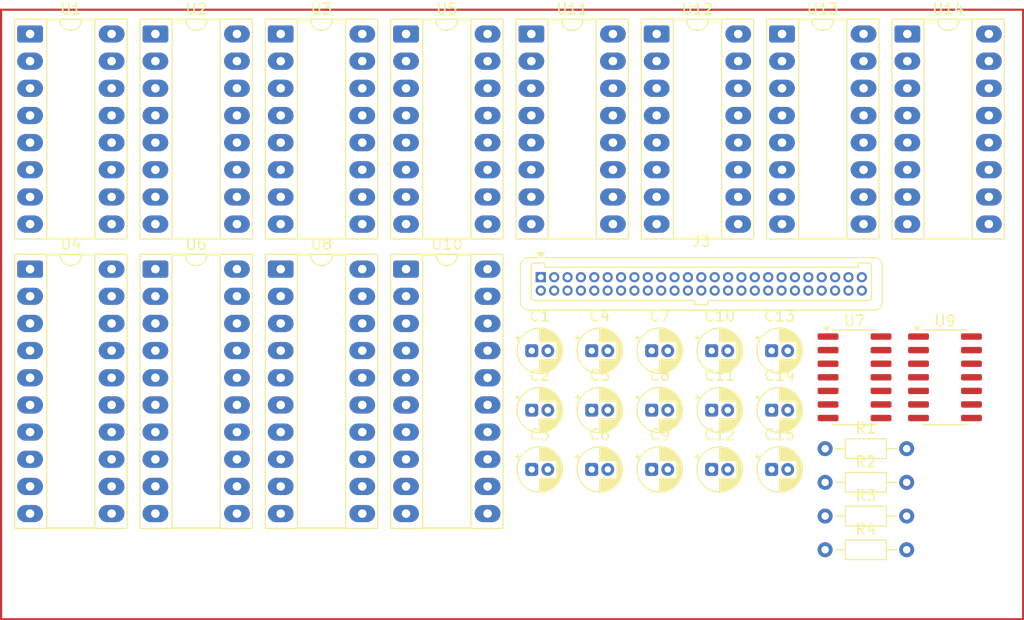
<source format=kicad_pcb>
(kicad_pcb (version 20241229) (generator "pcbnew") (generator_version "9.0")
  (layers (0 "F.Cu" signal) (2 "B.Cu" signal) (13 "F.Paste" user) (15 "B.Paste" user) (5 "F.SilkS" user "F.Silkscreen") (7 "B.SilkS" user "B.Silkscreen") (1 "F.Mask" user) (3 "B.Mask" user) (25 "Edge.Cuts" user))
  (net 0 "")
  (net 1 "+5V")
  (net 5 "/CLK")
  (net 6 "/BUS2")
  (net 7 "/BUS5")
  (net 8 "/BUS3")
  (net 9 "/PULSE")
  (net 10 "/SPHighIn")
  (net 11 "/BUS6")
  (net 15 "GND")
  (net 20 "/BUS0")
  (net 21 "/PCLowIn")
  (net 22 "/SPReset")
  (net 23 "/SPDec")
  (net 24 "/BUS1")
  (net 25 "/PCReset")
  (net 26 "/BUS7")
  (net 29 "/~CLK")
  (net 30 "/BUS4")
  (net 33 "Net-(U1-DOWN)")
  (net 34 "Net-(U1-~{BO})")
  (net 35 "/SPInc")
  (net 36 "Net-(U1-UP)")
  (net 38 "Net-(U1-~{CO})")
  (net 39 "/PCHighIn")
  (net 41 "/~PСLowOut")
  (net 42 "Net-(U2-~{BO})")
  (net 43 "/~SPLowOut")
  (net 44 "/PCDec")
  (net 45 "Net-(U2-~{CO})")
  (net 46 "Net-(U4-A->B)")
  (net 48 "/PCInc")
  (net 51 "/SPLowIn")
  (net 52 "/~SPHighOut")
  (net 54 "/~PСHighOut")
  (net 57 "Net-(U8-A->B)")
  (net 58 "Net-(U10-A->B)")
  (net 59 "/DL_A3")
  (net 60 "Net-(U6-A->B)")
  (net 61 "/DL_A1")
  (net 62 "/Pl_A")
  (net 63 "/DL_A2")
  (net 64 "/DL_A0")
  (net 65 "/DH_A7")
  (net 66 "/DH_A4")
  (net 67 "/Ph_A")
  (net 68 "/DH_A6")
  (net 69 "/DH_A5")
  (net 70 "/DH_A2")
  (net 71 "/DH_A3")
  (net 72 "/DH_A0")
  (net 73 "/DH_A1")
  (net 74 "/DL_A5")
  (net 75 "/DL_A4")
  (net 76 "/DL_A6")
  (net 77 "/CPd_A")
  (net 78 "/DL_A7")
  (net 79 "/CPu_A")
  (net 80 "/Ph_B")
  (net 81 "/CPd_B")
  (net 82 "/Pl_B")
  (net 83 "/CPu_B")
  (net 84 "/DH_B5")
  (net 85 "/DH_B7")
  (net 86 "/DH_B6")
  (net 87 "/DH_B4")
  (net 88 "/DH_B3")
  (net 89 "/DH_B2")
  (net 90 "/DH_B0")
  (net 91 "/DH_B1")
  (net 92 "/DL_B6")
  (net 93 "/DL_B3")
  (net 94 "/DL_B1")
  (net 95 "/DL_B7")
  (net 96 "/DL_B5")
  (net 97 "/DL_B0")
  (net 98 "/DL_B2")
  (net 99 "/DL_B4")
  (net 100 "Net-(U11-UP)")
  (net 101 "Net-(U11-~{BO})")
  (net 102 "Net-(U11-~{CO})")
  (net 103 "Net-(U11-DOWN)")
  (net 106 "Net-(U13-~{CO})")
  (net 107 "Net-(U13-~{BO})")
  (footprint "Capacitor_THT:CP_Radial_D4.0mm_P1.50mm" (layer "F.Cu") (at 165.004005 112.99)
    (property "Reference" "C15" (at 0.75 -3.25 0) (layer "F.SilkS"))
    (property "Value" "C")
    (pad "1" thru_hole roundrect (at 0 0) (size 1.2 1.2) (drill 0.6) (layers "*.Cu" "*.Mask") (roundrect_rratio 0.208333) (net 15 "GND"))
    (pad "2" thru_hole circle (at 1.5 0) (size 1.2 1.2) (drill 0.6) (layers "*.Cu" "*.Mask") (net 1 "+5V"))
  )
  (footprint "Capacitor_THT:CP_Radial_D4.0mm_P1.50mm" (layer "F.Cu") (at 165.004005 101.89)
    (property "Reference" "C13" (at 0.75 -3.25 0) (layer "F.SilkS"))
    (property "Value" "C")
    (pad "1" thru_hole roundrect (at 0 0) (size 1.2 1.2) (drill 0.6) (layers "*.Cu" "*.Mask") (roundrect_rratio 0.208333) (net 1 "+5V"))
    (pad "2" thru_hole circle (at 1.5 0) (size 1.2 1.2) (drill 0.6) (layers "*.Cu" "*.Mask") (net 15 "GND"))
  )
  (footprint "Package_DIP:DIP-16_W7.62mm_Socket_LongPads" (layer "F.Cu") (at 119.13 72.27)
    (property "Reference" "U3" (at 3.81 -2.33 0) (layer "F.SilkS"))
    (property "Value" "74HC193")
    (pad "1" thru_hole roundrect (at 0 0) (size 2.4 1.6) (drill 0.8) (layers "*.Cu" "*.Mask") (roundrect_rratio 0.15625) (net 24 "/BUS1"))
    (pad "2" thru_hole oval (at 0 2.54) (size 2.4 1.6) (drill 0.8) (layers "*.Cu" "*.Mask") (net 73 "/DH_A1"))
    (pad "3" thru_hole oval (at 0 5.08) (size 2.4 1.6) (drill 0.8) (layers "*.Cu" "*.Mask") (net 72 "/DH_A0"))
    (pad "4" thru_hole oval (at 0 7.62) (size 2.4 1.6) (drill 0.8) (layers "*.Cu" "*.Mask") (net 42 "Net-(U2-~{BO})"))
    (pad "5" thru_hole oval (at 0 10.16) (size 2.4 1.6) (drill 0.8) (layers "*.Cu" "*.Mask") (net 45 "Net-(U2-~{CO})"))
    (pad "6" thru_hole oval (at 0 12.7) (size 2.4 1.6) (drill 0.8) (layers "*.Cu" "*.Mask") (net 70 "/DH_A2"))
    (pad "7" thru_hole oval (at 0 15.24) (size 2.4 1.6) (drill 0.8) (layers "*.Cu" "*.Mask") (net 71 "/DH_A3"))
    (pad "8" thru_hole oval (at 0 17.78) (size 2.4 1.6) (drill 0.8) (layers "*.Cu" "*.Mask") (net 15 "GND"))
    (pad "9" thru_hole oval (at 7.62 17.78) (size 2.4 1.6) (drill 0.8) (layers "*.Cu" "*.Mask") (net 8 "/BUS3"))
    (pad "10" thru_hole oval (at 7.62 15.24) (size 2.4 1.6) (drill 0.8) (layers "*.Cu" "*.Mask") (net 6 "/BUS2"))
    (pad "11" thru_hole oval (at 7.62 12.7) (size 2.4 1.6) (drill 0.8) (layers "*.Cu" "*.Mask") (net 67 "/Ph_A"))
    (pad "12" thru_hole oval (at 7.62 10.16) (size 2.4 1.6) (drill 0.8) (layers "*.Cu" "*.Mask"))
    (pad "13" thru_hole oval (at 7.62 7.62) (size 2.4 1.6) (drill 0.8) (layers "*.Cu" "*.Mask"))
    (pad "14" thru_hole oval (at 7.62 5.08) (size 2.4 1.6) (drill 0.8) (layers "*.Cu" "*.Mask") (net 25 "/PCReset"))
    (pad "15" thru_hole oval (at 7.62 2.54) (size 2.4 1.6) (drill 0.8) (layers "*.Cu" "*.Mask") (net 20 "/BUS0"))
    (pad "16" thru_hole oval (at 7.62 0) (size 2.4 1.6) (drill 0.8) (layers "*.Cu" "*.Mask") (net 1 "+5V"))
  )
  (footprint "Capacitor_THT:CP_Radial_D4.0mm_P1.50mm" (layer "F.Cu") (at 159.399204 112.99)
    (property "Reference" "C12" (at 0.75 -3.25 0) (layer "F.SilkS"))
    (property "Value" "C")
    (pad "1" thru_hole roundrect (at 0 0) (size 1.2 1.2) (drill 0.6) (layers "*.Cu" "*.Mask") (roundrect_rratio 0.208333) (net 1 "+5V"))
    (pad "2" thru_hole circle (at 1.5 0) (size 1.2 1.2) (drill 0.6) (layers "*.Cu" "*.Mask") (net 15 "GND"))
  )
  (footprint "Resistor_THT:R_Axial_DIN0204_L3.6mm_D1.6mm_P7.62mm_Horizontal" (layer "F.Cu") (at 170 114.2)
    (property "Reference" "R2" (at 3.81 -1.92 0) (layer "F.SilkS"))
    (property "Value" "R")
    (pad "1" thru_hole circle (at 0 0) (size 1.4 1.4) (drill 0.7) (layers "*.Cu" "*.Mask") (net 46 "Net-(U4-A->B)"))
    (pad "2" thru_hole circle (at 7.62 0) (size 1.4 1.4) (drill 0.7) (layers "*.Cu" "*.Mask") (net 1 "+5V"))
  )
  (footprint "Capacitor_THT:CP_Radial_D4.0mm_P1.50mm" (layer "F.Cu") (at 148.189602 101.89)
    (property "Reference" "C4" (at 0.75 -3.25 0) (layer "F.SilkS"))
    (property "Value" "C")
    (pad "1" thru_hole roundrect (at 0 0) (size 1.2 1.2) (drill 0.6) (layers "*.Cu" "*.Mask") (roundrect_rratio 0.208333) (net 1 "+5V"))
    (pad "2" thru_hole circle (at 1.5 0) (size 1.2 1.2) (drill 0.6) (layers "*.Cu" "*.Mask") (net 15 "GND"))
  )
  (footprint "Resistor_THT:R_Axial_DIN0204_L3.6mm_D1.6mm_P7.62mm_Horizontal" (layer "F.Cu") (at 170 111.05)
    (property "Reference" "R1" (at 3.81 -1.92 0) (layer "F.SilkS"))
    (property "Value" "R")
    (pad "1" thru_hole circle (at 0 0) (size 1.4 1.4) (drill 0.7) (layers "*.Cu" "*.Mask") (net 60 "Net-(U6-A->B)"))
    (pad "2" thru_hole circle (at 7.62 0) (size 1.4 1.4) (drill 0.7) (layers "*.Cu" "*.Mask") (net 1 "+5V"))
  )
  (footprint "Resistor_THT:R_Axial_DIN0204_L3.6mm_D1.6mm_P7.62mm_Horizontal" (layer "F.Cu") (at 170 120.5)
    (property "Reference" "R4" (at 3.81 -1.92 0) (layer "F.SilkS"))
    (property "Value" "R")
    (pad "1" thru_hole circle (at 0 0) (size 1.4 1.4) (drill 0.7) (layers "*.Cu" "*.Mask") (net 58 "Net-(U10-A->B)"))
    (pad "2" thru_hole circle (at 7.62 0) (size 1.4 1.4) (drill 0.7) (layers "*.Cu" "*.Mask") (net 1 "+5V"))
  )
  (footprint "Package_DIP:DIP-20_W7.62mm_Socket_LongPads" (layer "F.Cu") (at 119.13 94.26)
    (property "Reference" "U8" (at 3.81 -2.33 0) (layer "F.SilkS"))
    (property "Value" "74HC245")
    (pad "1" thru_hole roundrect (at 0 0) (size 2.4 1.6) (drill 0.8) (layers "*.Cu" "*.Mask") (roundrect_rratio 0.15625) (net 57 "Net-(U8-A->B)"))
    (pad "2" thru_hole oval (at 0 2.54) (size 2.4 1.6) (drill 0.8) (layers "*.Cu" "*.Mask") (net 90 "/DH_B0"))
    (pad "3" thru_hole oval (at 0 5.08) (size 2.4 1.6) (drill 0.8) (layers "*.Cu" "*.Mask") (net 91 "/DH_B1"))
    (pad "4" thru_hole oval (at 0 7.62) (size 2.4 1.6) (drill 0.8) (layers "*.Cu" "*.Mask") (net 89 "/DH_B2"))
    (pad "5" thru_hole oval (at 0 10.16) (size 2.4 1.6) (drill 0.8) (layers "*.Cu" "*.Mask") (net 88 "/DH_B3"))
    (pad "6" thru_hole oval (at 0 12.7) (size 2.4 1.6) (drill 0.8) (layers "*.Cu" "*.Mask") (net 87 "/DH_B4"))
    (pad "7" thru_hole oval (at 0 15.24) (size 2.4 1.6) (drill 0.8) (layers "*.Cu" "*.Mask") (net 84 "/DH_B5"))
    (pad "8" thru_hole oval (at 0 17.78) (size 2.4 1.6) (drill 0.8) (layers "*.Cu" "*.Mask") (net 86 "/DH_B6"))
    (pad "9" thru_hole oval (at 0 20.32) (size 2.4 1.6) (drill 0.8) (layers "*.Cu" "*.Mask") (net 85 "/DH_B7"))
    (pad "10" thru_hole oval (at 0 22.86) (size 2.4 1.6) (drill 0.8) (layers "*.Cu" "*.Mask") (net 15 "GND"))
    (pad "11" thru_hole oval (at 7.62 22.86) (size 2.4 1.6) (drill 0.8) (layers "*.Cu" "*.Mask") (net 26 "/BUS7"))
    (pad "12" thru_hole oval (at 7.62 20.32) (size 2.4 1.6) (drill 0.8) (layers "*.Cu" "*.Mask") (net 11 "/BUS6"))
    (pad "13" thru_hole oval (at 7.62 17.78) (size 2.4 1.6) (drill 0.8) (layers "*.Cu" "*.Mask") (net 7 "/BUS5"))
    (pad "14" thru_hole oval (at 7.62 15.24) (size 2.4 1.6) (drill 0.8) (layers "*.Cu" "*.Mask") (net 30 "/BUS4"))
    (pad "15" thru_hole oval (at 7.62 12.7) (size 2.4 1.6) (drill 0.8) (layers "*.Cu" "*.Mask") (net 8 "/BUS3"))
    (pad "16" thru_hole oval (at 7.62 10.16) (size 2.4 1.6) (drill 0.8) (layers "*.Cu" "*.Mask") (net 6 "/BUS2"))
    (pad "17" thru_hole oval (at 7.62 7.62) (size 2.4 1.6) (drill 0.8) (layers "*.Cu" "*.Mask") (net 24 "/BUS1"))
    (pad "18" thru_hole oval (at 7.62 5.08) (size 2.4 1.6) (drill 0.8) (layers "*.Cu" "*.Mask") (net 20 "/BUS0"))
    (pad "19" thru_hole oval (at 7.62 2.54) (size 2.4 1.6) (drill 0.8) (layers "*.Cu" "*.Mask") (net 52 "/~SPHighOut"))
    (pad "20" thru_hole oval (at 7.62 0) (size 2.4 1.6) (drill 0.8) (layers "*.Cu" "*.Mask") (net 1 "+5V"))
  )
  (footprint "Capacitor_THT:CP_Radial_D4.0mm_P1.50mm" (layer "F.Cu") (at 159.399204 101.89)
    (property "Reference" "C10" (at 0.75 -3.25 0) (layer "F.SilkS"))
    (property "Value" "C")
    (pad "1" thru_hole roundrect (at 0 0) (size 1.2 1.2) (drill 0.6) (layers "*.Cu" "*.Mask") (roundrect_rratio 0.208333) (net 1 "+5V"))
    (pad "2" thru_hole circle (at 1.5 0) (size 1.2 1.2) (drill 0.6) (layers "*.Cu" "*.Mask") (net 15 "GND"))
  )
  (footprint "Package_DIP:DIP-20_W7.62mm_Socket_LongPads" (layer "F.Cu") (at 107.42 94.26)
    (property "Reference" "U6" (at 3.81 -2.33 0) (layer "F.SilkS"))
    (property "Value" "74HC245")
    (pad "1" thru_hole roundrect (at 0 0) (size 2.4 1.6) (drill 0.8) (layers "*.Cu" "*.Mask") (roundrect_rratio 0.15625) (net 60 "Net-(U6-A->B)"))
    (pad "2" thru_hole oval (at 0 2.54) (size 2.4 1.6) (drill 0.8) (layers "*.Cu" "*.Mask") (net 64 "/DL_A0"))
    (pad "3" thru_hole oval (at 0 5.08) (size 2.4 1.6) (drill 0.8) (layers "*.Cu" "*.Mask") (net 61 "/DL_A1"))
    (pad "4" thru_hole oval (at 0 7.62) (size 2.4 1.6) (drill 0.8) (layers "*.Cu" "*.Mask") (net 63 "/DL_A2"))
    (pad "5" thru_hole oval (at 0 10.16) (size 2.4 1.6) (drill 0.8) (layers "*.Cu" "*.Mask") (net 59 "/DL_A3"))
    (pad "6" thru_hole oval (at 0 12.7) (size 2.4 1.6) (drill 0.8) (layers "*.Cu" "*.Mask") (net 75 "/DL_A4"))
    (pad "7" thru_hole oval (at 0 15.24) (size 2.4 1.6) (drill 0.8) (layers "*.Cu" "*.Mask") (net 74 "/DL_A5"))
    (pad "8" thru_hole oval (at 0 17.78) (size 2.4 1.6) (drill 0.8) (layers "*.Cu" "*.Mask") (net 76 "/DL_A6"))
    (pad "9" thru_hole oval (at 0 20.32) (size 2.4 1.6) (drill 0.8) (layers "*.Cu" "*.Mask") (net 78 "/DL_A7"))
    (pad "10" thru_hole oval (at 0 22.86) (size 2.4 1.6) (drill 0.8) (layers "*.Cu" "*.Mask") (net 15 "GND"))
    (pad "11" thru_hole oval (at 7.62 22.86) (size 2.4 1.6) (drill 0.8) (layers "*.Cu" "*.Mask") (net 26 "/BUS7"))
    (pad "12" thru_hole oval (at 7.62 20.32) (size 2.4 1.6) (drill 0.8) (layers "*.Cu" "*.Mask") (net 11 "/BUS6"))
    (pad "13" thru_hole oval (at 7.62 17.78) (size 2.4 1.6) (drill 0.8) (layers "*.Cu" "*.Mask") (net 7 "/BUS5"))
    (pad "14" thru_hole oval (at 7.62 15.24) (size 2.4 1.6) (drill 0.8) (layers "*.Cu" "*.Mask") (net 30 "/BUS4"))
    (pad "15" thru_hole oval (at 7.62 12.7) (size 2.4 1.6) (drill 0.8) (layers "*.Cu" "*.Mask") (net 8 "/BUS3"))
    (pad "16" thru_hole oval (at 7.62 10.16) (size 2.4 1.6) (drill 0.8) (layers "*.Cu" "*.Mask") (net 6 "/BUS2"))
    (pad "17" thru_hole oval (at 7.62 7.62) (size 2.4 1.6) (drill 0.8) (layers "*.Cu" "*.Mask") (net 24 "/BUS1"))
    (pad "18" thru_hole oval (at 7.62 5.08) (size 2.4 1.6) (drill 0.8) (layers "*.Cu" "*.Mask") (net 20 "/BUS0"))
    (pad "19" thru_hole oval (at 7.62 2.54) (size 2.4 1.6) (drill 0.8) (layers "*.Cu" "*.Mask") (net 41 "/~PСLowOut"))
    (pad "20" thru_hole oval (at 7.62 0) (size 2.4 1.6) (drill 0.8) (layers "*.Cu" "*.Mask") (net 1 "+5V"))
  )
  (footprint "Capacitor_THT:CP_Radial_D4.0mm_P1.50mm" (layer "F.Cu") (at 153.794403 107.44)
    (property "Reference" "C8" (at 0.75 -3.25 0) (layer "F.SilkS"))
    (property "Value" "C")
    (pad "1" thru_hole roundrect (at 0 0) (size 1.2 1.2) (drill 0.6) (layers "*.Cu" "*.Mask") (roundrect_rratio 0.208333) (net 1 "+5V"))
    (pad "2" thru_hole circle (at 1.5 0) (size 1.2 1.2) (drill 0.6) (layers "*.Cu" "*.Mask") (net 15 "GND"))
  )
  (footprint "Connector_Harwin:Harwin_Gecko-G125-FVX5005L0X_2x25_P1.25mm_Vertical" (layer "F.Cu") (at 143.43 95.015)
    (property "Reference" "J3" (at 15 -3.35 0) (layer "F.SilkS"))
    (property "Value" "Conn_02x25_Counter_Clockwise")
    (pad "1" thru_hole rect (at 0 0) (size 0.95 0.95) (drill 0.55) (layers "*.Cu" "*.Mask") (net 15 "GND"))
    (pad "2" thru_hole circle (at 1.25 0) (size 0.95 0.95) (drill 0.55) (layers "*.Cu" "*.Mask") (net 5 "/CLK"))
    (pad "3" thru_hole circle (at 2.5 0) (size 0.95 0.95) (drill 0.55) (layers "*.Cu" "*.Mask") (net 15 "GND"))
    (pad "4" thru_hole circle (at 3.75 0) (size 0.95 0.95) (drill 0.55) (layers "*.Cu" "*.Mask") (net 20 "/BUS0"))
    (pad "5" thru_hole circle (at 5 0) (size 0.95 0.95) (drill 0.55) (layers "*.Cu" "*.Mask") (net 24 "/BUS1"))
    (pad "6" thru_hole circle (at 6.25 0) (size 0.95 0.95) (drill 0.55) (layers "*.Cu" "*.Mask") (net 6 "/BUS2"))
    (pad "7" thru_hole circle (at 7.5 0) (size 0.95 0.95) (drill 0.55) (layers "*.Cu" "*.Mask") (net 8 "/BUS3"))
    (pad "8" thru_hole circle (at 8.75 0) (size 0.95 0.95) (drill 0.55) (layers "*.Cu" "*.Mask") (net 30 "/BUS4"))
    (pad "9" thru_hole circle (at 10 0) (size 0.95 0.95) (drill 0.55) (layers "*.Cu" "*.Mask") (net 7 "/BUS5"))
    (pad "10" thru_hole circle (at 11.25 0) (size 0.95 0.95) (drill 0.55) (layers "*.Cu" "*.Mask") (net 11 "/BUS6"))
    (pad "11" thru_hole circle (at 12.5 0) (size 0.95 0.95) (drill 0.55) (layers "*.Cu" "*.Mask") (net 26 "/BUS7"))
    (pad "12" thru_hole circle (at 13.75 0) (size 0.95 0.95) (drill 0.55) (layers "*.Cu" "*.Mask") (net 22 "/SPReset"))
    (pad "13" thru_hole circle (at 15 0) (size 0.95 0.95) (drill 0.55) (layers "*.Cu" "*.Mask") (net 35 "/SPInc"))
    (pad "14" thru_hole circle (at 16.25 0) (size 0.95 0.95) (drill 0.55) (layers "*.Cu" "*.Mask") (net 23 "/SPDec"))
    (pad "15" thru_hole circle (at 17.5 0) (size 0.95 0.95) (drill 0.55) (layers "*.Cu" "*.Mask") (net 10 "/SPHighIn"))
    (pad "16" thru_hole circle (at 18.75 0) (size 0.95 0.95) (drill 0.55) (layers "*.Cu" "*.Mask") (net 51 "/SPLowIn"))
    (pad "17" thru_hole circle (at 20 0) (size 0.95 0.95) (drill 0.55) (layers "*.Cu" "*.Mask") (net 43 "/~SPLowOut"))
    (pad "18" thru_hole circle (at 21.25 0) (size 0.95 0.95) (drill 0.55) (layers "*.Cu" "*.Mask") (net 52 "/~SPHighOut"))
    (pad "19" thru_hole circle (at 22.5 0) (size 0.95 0.95) (drill 0.55) (layers "*.Cu" "*.Mask"))
    (pad "20" thru_hole circle (at 23.75 0) (size 0.95 0.95) (drill 0.55) (layers "*.Cu" "*.Mask"))
    (pad "21" thru_hole circle (at 25 0) (size 0.95 0.95) (drill 0.55) (layers "*.Cu" "*.Mask"))
    (pad "22" thru_hole circle (at 26.25 0) (size 0.95 0.95) (drill 0.55) (layers "*.Cu" "*.Mask"))
    (pad "23" thru_hole circle (at 27.5 0) (size 0.95 0.95) (drill 0.55) (layers "*.Cu" "*.Mask"))
    (pad "24" thru_hole circle (at 28.75 0) (size 0.95 0.95) (drill 0.55) (layers "*.Cu" "*.Mask"))
    (pad "25" thru_hole circle (at 30 0) (size 0.95 0.95) (drill 0.55) (layers "*.Cu" "*.Mask"))
    (pad "26" thru_hole circle (at 0 1.25) (size 0.95 0.95) (drill 0.55) (layers "*.Cu" "*.Mask"))
    (pad "27" thru_hole circle (at 1.25 1.25) (size 0.95 0.95) (drill 0.55) (layers "*.Cu" "*.Mask"))
    (pad "28" thru_hole circle (at 2.5 1.25) (size 0.95 0.95) (drill 0.55) (layers "*.Cu" "*.Mask"))
    (pad "29" thru_hole circle (at 3.75 1.25) (size 0.95 0.95) (drill 0.55) (layers "*.Cu" "*.Mask"))
    (pad "30" thru_hole circle (at 5 1.25) (size 0.95 0.95) (drill 0.55) (layers "*.Cu" "*.Mask"))
    (pad "31" thru_hole circle (at 6.25 1.25) (size 0.95 0.95) (drill 0.55) (layers "*.Cu" "*.Mask"))
    (pad "32" thru_hole circle (at 7.5 1.25) (size 0.95 0.95) (drill 0.55) (layers "*.Cu" "*.Mask"))
    (pad "33" thru_hole circle (at 8.75 1.25) (size 0.95 0.95) (drill 0.55) (layers "*.Cu" "*.Mask") (net 54 "/~PСHighOut"))
    (pad "34" thru_hole circle (at 10 1.25) (size 0.95 0.95) (drill 0.55) (layers "*.Cu" "*.Mask") (net 41 "/~PСLowOut"))
    (pad "35" thru_hole circle (at 11.25 1.25) (size 0.95 0.95) (drill 0.55) (layers "*.Cu" "*.Mask") (net 21 "/PCLowIn"))
    (pad "36" thru_hole circle (at 12.5 1.25) (size 0.95 0.95) (drill 0.55) (layers "*.Cu" "*.Mask") (net 39 "/PCHighIn"))
    (pad "37" thru_hole circle (at 13.75 1.25) (size 0.95 0.95) (drill 0.55) (layers "*.Cu" "*.Mask") (net 44 "/PCDec"))
    (pad "38" thru_hole circle (at 15 1.25) (size 0.95 0.95) (drill 0.55) (layers "*.Cu" "*.Mask") (net 48 "/PCInc"))
    (pad "39" thru_hole circle (at 16.25 1.25) (size 0.95 0.95) (drill 0.55) (layers "*.Cu" "*.Mask") (net 25 "/PCReset"))
    (pad "40" thru_hole circle (at 17.5 1.25) (size 0.95 0.95) (drill 0.55) (layers "*.Cu" "*.Mask"))
    (pad "41" thru_hole circle (at 18.75 1.25) (size 0.95 0.95) (drill 0.55) (layers "*.Cu" "*.Mask"))
    (pad "42" thru_hole circle (at 20 1.25) (size 0.95 0.95) (drill 0.55) (layers "*.Cu" "*.Mask"))
    (pad "43" thru_hole circle (at 21.25 1.25) (size 0.95 0.95) (drill 0.55) (layers "*.Cu" "*.Mask"))
    (pad "44" thru_hole circle (at 22.5 1.25) (size 0.95 0.95) (drill 0.55) (layers "*.Cu" "*.Mask"))
    (pad "45" thru_hole circle (at 23.75 1.25) (size 0.95 0.95) (drill 0.55) (layers "*.Cu" "*.Mask"))
    (pad "46" thru_hole circle (at 25 1.25) (size 0.95 0.95) (drill 0.55) (layers "*.Cu" "*.Mask") (net 15 "GND"))
    (pad "47" thru_hole circle (at 26.25 1.25) (size 0.95 0.95) (drill 0.55) (layers "*.Cu" "*.Mask") (net 9 "/PULSE"))
    (pad "48" thru_hole circle (at 27.5 1.25) (size 0.95 0.95) (drill 0.55) (layers "*.Cu" "*.Mask") (net 15 "GND"))
    (pad "49" thru_hole circle (at 28.75 1.25) (size 0.95 0.95) (drill 0.55) (layers "*.Cu" "*.Mask") (net 29 "/~CLK"))
    (pad "50" thru_hole circle (at 30 1.25) (size 0.95 0.95) (drill 0.55) (layers "*.Cu" "*.Mask") (net 15 "GND"))
  )
  (footprint "Package_DIP:DIP-16_W7.62mm_Socket_LongPads" (layer "F.Cu") (at 107.42 72.27)
    (property "Reference" "U2" (at 3.81 -2.33 0) (layer "F.SilkS"))
    (property "Value" "74HC193")
    (pad "1" thru_hole roundrect (at 0 0) (size 2.4 1.6) (drill 0.8) (layers "*.Cu" "*.Mask") (roundrect_rratio 0.15625) (net 7 "/BUS5"))
    (pad "2" thru_hole oval (at 0 2.54) (size 2.4 1.6) (drill 0.8) (layers "*.Cu" "*.Mask") (net 69 "/DH_A5"))
    (pad "3" thru_hole oval (at 0 5.08) (size 2.4 1.6) (drill 0.8) (layers "*.Cu" "*.Mask") (net 66 "/DH_A4"))
    (pad "4" thru_hole oval (at 0 7.62) (size 2.4 1.6) (drill 0.8) (layers "*.Cu" "*.Mask") (net 34 "Net-(U1-~{BO})"))
    (pad "5" thru_hole oval (at 0 10.16) (size 2.4 1.6) (drill 0.8) (layers "*.Cu" "*.Mask") (net 38 "Net-(U1-~{CO})"))
    (pad "6" thru_hole oval (at 0 12.7) (size 2.4 1.6) (drill 0.8) (layers "*.Cu" "*.Mask") (net 68 "/DH_A6"))
    (pad "7" thru_hole oval (at 0 15.24) (size 2.4 1.6) (drill 0.8) (layers "*.Cu" "*.Mask") (net 65 "/DH_A7"))
    (pad "8" thru_hole oval (at 0 17.78) (size 2.4 1.6) (drill 0.8) (layers "*.Cu" "*.Mask") (net 15 "GND"))
    (pad "9" thru_hole oval (at 7.62 17.78) (size 2.4 1.6) (drill 0.8) (layers "*.Cu" "*.Mask") (net 26 "/BUS7"))
    (pad "10" thru_hole oval (at 7.62 15.24) (size 2.4 1.6) (drill 0.8) (layers "*.Cu" "*.Mask") (net 11 "/BUS6"))
    (pad "11" thru_hole oval (at 7.62 12.7) (size 2.4 1.6) (drill 0.8) (layers "*.Cu" "*.Mask") (net 67 "/Ph_A"))
    (pad "12" thru_hole oval (at 7.62 10.16) (size 2.4 1.6) (drill 0.8) (layers "*.Cu" "*.Mask") (net 45 "Net-(U2-~{CO})"))
    (pad "13" thru_hole oval (at 7.62 7.62) (size 2.4 1.6) (drill 0.8) (layers "*.Cu" "*.Mask") (net 42 "Net-(U2-~{BO})"))
    (pad "14" thru_hole oval (at 7.62 5.08) (size 2.4 1.6) (drill 0.8) (layers "*.Cu" "*.Mask") (net 25 "/PCReset"))
    (pad "15" thru_hole oval (at 7.62 2.54) (size 2.4 1.6) (drill 0.8) (layers "*.Cu" "*.Mask") (net 30 "/BUS4"))
    (pad "16" thru_hole oval (at 7.62 0) (size 2.4 1.6) (drill 0.8) (layers "*.Cu" "*.Mask") (net 1 "+5V"))
  )
  (footprint "Package_DIP:DIP-16_W7.62mm_Socket_LongPads" (layer "F.Cu") (at 177.68 72.27)
    (property "Reference" "U14" (at 3.81 -2.33 0) (layer "F.SilkS"))
    (property "Value" "74HC193")
    (pad "1" thru_hole roundrect (at 0 0) (size 2.4 1.6) (drill 0.8) (layers "*.Cu" "*.Mask") (roundrect_rratio 0.15625) (net 24 "/BUS1"))
    (pad "2" thru_hole oval (at 0 2.54) (size 2.4 1.6) (drill 0.8) (layers "*.Cu" "*.Mask") (net 94 "/DL_B1"))
    (pad "3" thru_hole oval (at 0 5.08) (size 2.4 1.6) (drill 0.8) (layers "*.Cu" "*.Mask") (net 97 "/DL_B0"))
    (pad "4" thru_hole oval (at 0 7.62) (size 2.4 1.6) (drill 0.8) (layers "*.Cu" "*.Mask") (net 107 "Net-(U13-~{BO})"))
    (pad "5" thru_hole oval (at 0 10.16) (size 2.4 1.6) (drill 0.8) (layers "*.Cu" "*.Mask") (net 106 "Net-(U13-~{CO})"))
    (pad "6" thru_hole oval (at 0 12.7) (size 2.4 1.6) (drill 0.8) (layers "*.Cu" "*.Mask") (net 98 "/DL_B2"))
    (pad "7" thru_hole oval (at 0 15.24) (size 2.4 1.6) (drill 0.8) (layers "*.Cu" "*.Mask") (net 93 "/DL_B3"))
    (pad "8" thru_hole oval (at 0 17.78) (size 2.4 1.6) (drill 0.8) (layers "*.Cu" "*.Mask") (net 15 "GND"))
    (pad "9" thru_hole oval (at 7.62 17.78) (size 2.4 1.6) (drill 0.8) (layers "*.Cu" "*.Mask") (net 8 "/BUS3"))
    (pad "10" thru_hole oval (at 7.62 15.24) (size 2.4 1.6) (drill 0.8) (layers "*.Cu" "*.Mask") (net 6 "/BUS2"))
    (pad "11" thru_hole oval (at 7.62 12.7) (size 2.4 1.6) (drill 0.8) (layers "*.Cu" "*.Mask") (net 82 "/Pl_B"))
    (pad "12" thru_hole oval (at 7.62 10.16) (size 2.4 1.6) (drill 0.8) (layers "*.Cu" "*.Mask") (net 100 "Net-(U11-UP)"))
    (pad "13" thru_hole oval (at 7.62 7.62) (size 2.4 1.6) (drill 0.8) (layers "*.Cu" "*.Mask") (net 103 "Net-(U11-DOWN)"))
    (pad "14" thru_hole oval (at 7.62 5.08) (size 2.4 1.6) (drill 0.8) (layers "*.Cu" "*.Mask") (net 22 "/SPReset"))
    (pad "15" thru_hole oval (at 7.62 2.54) (size 2.4 1.6) (drill 0.8) (layers "*.Cu" "*.Mask") (net 20 "/BUS0"))
    (pad "16" thru_hole oval (at 7.62 0) (size 2.4 1.6) (drill 0.8) (layers "*.Cu" "*.Mask") (net 1 "+5V"))
  )
  (footprint "Package_DIP:DIP-20_W7.62mm_Socket_LongPads" (layer "F.Cu") (at 95.71 94.26)
    (property "Reference" "U4" (at 3.81 -2.33 0) (layer "F.SilkS"))
    (property "Value" "74HC245")
    (pad "1" thru_hole roundrect (at 0 0) (size 2.4 1.6) (drill 0.8) (layers "*.Cu" "*.Mask") (roundrect_rratio 0.15625) (net 46 "Net-(U4-A->B)"))
    (pad "2" thru_hole oval (at 0 2.54) (size 2.4 1.6) (drill 0.8) (layers "*.Cu" "*.Mask") (net 72 "/DH_A0"))
    (pad "3" thru_hole oval (at 0 5.08) (size 2.4 1.6) (drill 0.8) (layers "*.Cu" "*.Mask") (net 73 "/DH_A1"))
    (pad "4" thru_hole oval (at 0 7.62) (size 2.4 1.6) (drill 0.8) (layers "*.Cu" "*.Mask") (net 70 "/DH_A2"))
    (pad "5" thru_hole oval (at 0 10.16) (size 2.4 1.6) (drill 0.8) (layers "*.Cu" "*.Mask") (net 71 "/DH_A3"))
    (pad "6" thru_hole oval (at 0 12.7) (size 2.4 1.6) (drill 0.8) (layers "*.Cu" "*.Mask") (net 66 "/DH_A4"))
    (pad "7" thru_hole oval (at 0 15.24) (size 2.4 1.6) (drill 0.8) (layers "*.Cu" "*.Mask") (net 69 "/DH_A5"))
    (pad "8" thru_hole oval (at 0 17.78) (size 2.4 1.6) (drill 0.8) (layers "*.Cu" "*.Mask") (net 68 "/DH_A6"))
    (pad "9" thru_hole oval (at 0 20.32) (size 2.4 1.6) (drill 0.8) (layers "*.Cu" "*.Mask") (net 65 "/DH_A7"))
    (pad "10" thru_hole oval (at 0 22.86) (size 2.4 1.6) (drill 0.8) (layers "*.Cu" "*.Mask") (net 15 "GND"))
    (pad "11" thru_hole oval (at 7.62 22.86) (size 2.4 1.6) (drill 0.8) (layers "*.Cu" "*.Mask") (net 26 "/BUS7"))
    (pad "12" thru_hole oval (at 7.62 20.32) (size 2.4 1.6) (drill 0.8) (layers "*.Cu" "*.Mask") (net 11 "/BUS6"))
    (pad "13" thru_hole oval (at 7.62 17.78) (size 2.4 1.6) (drill 0.8) (layers "*.Cu" "*.Mask") (net 7 "/BUS5"))
    (pad "14" thru_hole oval (at 7.62 15.24) (size 2.4 1.6) (drill 0.8) (layers "*.Cu" "*.Mask") (net 30 "/BUS4"))
    (pad "15" thru_hole oval (at 7.62 12.7) (size 2.4 1.6) (drill 0.8) (layers "*.Cu" "*.Mask") (net 8 "/BUS3"))
    (pad "16" thru_hole oval (at 7.62 10.16) (size 2.4 1.6) (drill 0.8) (layers "*.Cu" "*.Mask") (net 6 "/BUS2"))
    (pad "17" thru_hole oval (at 7.62 7.62) (size 2.4 1.6) (drill 0.8) (layers "*.Cu" "*.Mask") (net 24 "/BUS1"))
    (pad "18" thru_hole oval (at 7.62 5.08) (size 2.4 1.6) (drill 0.8) (layers "*.Cu" "*.Mask") (net 20 "/BUS0"))
    (pad "19" thru_hole oval (at 7.62 2.54) (size 2.4 1.6) (drill 0.8) (layers "*.Cu" "*.Mask") (net 54 "/~PСHighOut"))
    (pad "20" thru_hole oval (at 7.62 0) (size 2.4 1.6) (drill 0.8) (layers "*.Cu" "*.Mask") (net 1 "+5V"))
  )
  (footprint "Package_SO:SOIC-14_3.9x8.7mm_P1.27mm" (layer "F.Cu") (at 181.2 104.375)
    (property "Reference" "U9" (at 0 -5.28 0) (layer "F.SilkS"))
    (property "Value" "74HC00")
    (pad "1" smd roundrect (at -2.475 -3.81) (size 1.95 0.6) (layers "F.Cu" "F.Mask" "F.Paste") (net 9 "/PULSE"))
    (pad "2" smd roundrect (at -2.475 -2.54) (size 1.95 0.6) (layers "F.Cu" "F.Mask" "F.Paste") (net 39 "/PCHighIn"))
    (pad "3" smd roundrect (at -2.475 -1.27) (size 1.95 0.6) (layers "F.Cu" "F.Mask" "F.Paste") (net 67 "/Ph_A"))
    (pad "4" smd roundrect (at -2.475 0) (size 1.95 0.6) (layers "F.Cu" "F.Mask" "F.Paste") (net 9 "/PULSE"))
    (pad "5" smd roundrect (at -2.475 1.27) (size 1.95 0.6) (layers "F.Cu" "F.Mask" "F.Paste") (net 21 "/PCLowIn"))
    (pad "6" smd roundrect (at -2.475 2.54) (size 1.95 0.6) (layers "F.Cu" "F.Mask" "F.Paste") (net 62 "/Pl_A"))
    (pad "7" smd roundrect (at -2.475 3.81) (size 1.95 0.6) (layers "F.Cu" "F.Mask" "F.Paste") (net 15 "GND"))
    (pad "8" smd roundrect (at 2.475 3.81) (size 1.95 0.6) (layers "F.Cu" "F.Mask" "F.Paste") (net 79 "/CPu_A"))
    (pad "9" smd roundrect (at 2.475 2.54) (size 1.95 0.6) (layers "F.Cu" "F.Mask" "F.Paste") (net 29 "/~CLK"))
    (pad "10" smd roundrect (at 2.475 1.27) (size 1.95 0.6) (layers "F.Cu" "F.Mask" "F.Paste") (net 48 "/PCInc"))
    (pad "11" smd roundrect (at 2.475 0) (size 1.95 0.6) (layers "F.Cu" "F.Mask" "F.Paste") (net 77 "/CPd_A"))
    (pad "12" smd roundrect (at 2.475 -1.27) (size 1.95 0.6) (layers "F.Cu" "F.Mask" "F.Paste") (net 29 "/~CLK"))
    (pad "13" smd roundrect (at 2.475 -2.54) (size 1.95 0.6) (layers "F.Cu" "F.Mask" "F.Paste") (net 44 "/PCDec"))
    (pad "14" smd roundrect (at 2.475 -3.81) (size 1.95 0.6) (layers "F.Cu" "F.Mask" "F.Paste") (net 1 "+5V"))
  )
  (footprint "Capacitor_THT:CP_Radial_D4.0mm_P1.50mm" (layer "F.Cu") (at 148.189602 107.44)
    (property "Reference" "C5" (at 0.75 -3.25 0) (layer "F.SilkS"))
    (property "Value" "C")
    (pad "1" thru_hole roundrect (at 0 0) (size 1.2 1.2) (drill 0.6) (layers "*.Cu" "*.Mask") (roundrect_rratio 0.208333) (net 1 "+5V"))
    (pad "2" thru_hole circle (at 1.5 0) (size 1.2 1.2) (drill 0.6) (layers "*.Cu" "*.Mask") (net 15 "GND"))
  )
  (footprint "Resistor_THT:R_Axial_DIN0204_L3.6mm_D1.6mm_P7.62mm_Horizontal" (layer "F.Cu") (at 170 117.35)
    (property "Reference" "R3" (at 3.81 -1.92 0) (layer "F.SilkS"))
    (property "Value" "R")
    (pad "1" thru_hole circle (at 0 0) (size 1.4 1.4) (drill 0.7) (layers "*.Cu" "*.Mask") (net 57 "Net-(U8-A->B)"))
    (pad "2" thru_hole circle (at 7.62 0) (size 1.4 1.4) (drill 0.7) (layers "*.Cu" "*.Mask") (net 1 "+5V"))
  )
  (footprint "Package_DIP:DIP-16_W7.62mm_Socket_LongPads" (layer "F.Cu") (at 130.84 72.27)
    (property "Reference" "U5" (at 3.81 -2.33 0) (layer "F.SilkS"))
    (property "Value" "74HC193")
    (pad "1" thru_hole roundrect (at 0 0) (size 2.4 1.6) (drill 0.8) (layers "*.Cu" "*.Mask") (roundrect_rratio 0.15625) (net 7 "/BUS5"))
    (pad "2" thru_hole oval (at 0 2.54) (size 2.4 1.6) (drill 0.8) (layers "*.Cu" "*.Mask") (net 74 "/DL_A5"))
    (pad "3" thru_hole oval (at 0 5.08) (size 2.4 1.6) (drill 0.8) (layers "*.Cu" "*.Mask") (net 75 "/DL_A4"))
    (pad "4" thru_hole oval (at 0 7.62) (size 2.4 1.6) (drill 0.8) (layers "*.Cu" "*.Mask") (net 77 "/CPd_A"))
    (pad "5" thru_hole oval (at 0 10.16) (size 2.4 1.6) (drill 0.8) (layers "*.Cu" "*.Mask") (net 79 "/CPu_A"))
    (pad "6" thru_hole oval (at 0 12.7) (size 2.4 1.6) (drill 0.8) (layers "*.Cu" "*.Mask") (net 76 "/DL_A6"))
    (pad "7" thru_hole oval (at 0 15.24) (size 2.4 1.6) (drill 0.8) (layers "*.Cu" "*.Mask") (net 78 "/DL_A7"))
    (pad "8" thru_hole oval (at 0 17.78) (size 2.4 1.6) (drill 0.8) (layers "*.Cu" "*.Mask") (net 15 "GND"))
    (pad "9" thru_hole oval (at 7.62 17.78) (size 2.4 1.6) (drill 0.8) (layers "*.Cu" "*.Mask") (net 26 "/BUS7"))
    (pad "10" thru_hole oval (at 7.62 15.24) (size 2.4 1.6) (drill 0.8) (layers "*.Cu" "*.Mask") (net 11 "/BUS6"))
    (pad "11" thru_hole oval (at 7.62 12.7) (size 2.4 1.6) (drill 0.8) (layers "*.Cu" "*.Mask") (net 62 "/Pl_A"))
    (pad "12" thru_hole oval (at 7.62 10.16) (size 2.4 1.6) (drill 0.8) (layers "*.Cu" "*.Mask") (net 36 "Net-(U1-UP)"))
    (pad "13" thru_hole oval (at 7.62 7.62) (size 2.4 1.6) (drill 0.8) (layers "*.Cu" "*.Mask") (net 33 "Net-(U1-DOWN)"))
    (pad "14" thru_hole oval (at 7.62 5.08) (size 2.4 1.6) (drill 0.8) (layers "*.Cu" "*.Mask") (net 25 "/PCReset"))
    (pad "15" thru_hole oval (at 7.62 2.54) (size 2.4 1.6) (drill 0.8) (layers "*.Cu" "*.Mask") (net 30 "/BUS4"))
    (pad "16" thru_hole oval (at 7.62 0) (size 2.4 1.6) (drill 0.8) (layers "*.Cu" "*.Mask") (net 1 "+5V"))
  )
  (footprint "Capacitor_THT:CP_Radial_D4.0mm_P1.50mm" (layer "F.Cu") (at 142.584801 101.89)
    (property "Reference" "C1" (at 0.75 -3.25 0) (layer "F.SilkS"))
    (property "Value" "C")
    (pad "1" thru_hole roundrect (at 0 0) (size 1.2 1.2) (drill 0.6) (layers "*.Cu" "*.Mask") (roundrect_rratio 0.208333) (net 1 "+5V"))
    (pad "2" thru_hole circle (at 1.5 0) (size 1.2 1.2) (drill 0.6) (layers "*.Cu" "*.Mask") (net 15 "GND"))
  )
  (footprint "Package_DIP:DIP-16_W7.62mm_Socket_LongPads" (layer "F.Cu") (at 154.26 72.27)
    (property "Reference" "U12" (at 3.81 -2.33 0) (layer "F.SilkS"))
    (property "Value" "74HC193")
    (pad "1" thru_hole roundrect (at 0 0) (size 2.4 1.6) (drill 0.8) (layers "*.Cu" "*.Mask") (roundrect_rratio 0.15625) (net 24 "/BUS1"))
    (pad "2" thru_hole oval (at 0 2.54) (size 2.4 1.6) (drill 0.8) (layers "*.Cu" "*.Mask") (net 91 "/DH_B1"))
    (pad "3" thru_hole oval (at 0 5.08) (size 2.4 1.6) (drill 0.8) (layers "*.Cu" "*.Mask") (net 90 "/DH_B0"))
    (pad "4" thru_hole oval (at 0 7.62) (size 2.4 1.6) (drill 0.8) (layers "*.Cu" "*.Mask") (net 101 "Net-(U11-~{BO})"))
    (pad "5" thru_hole oval (at 0 10.16) (size 2.4 1.6) (drill 0.8) (layers "*.Cu" "*.Mask") (net 102 "Net-(U11-~{CO})"))
    (pad "6" thru_hole oval (at 0 12.7) (size 2.4 1.6) (drill 0.8) (layers "*.Cu" "*.Mask") (net 89 "/DH_B2"))
    (pad "7" thru_hole oval (at 0 15.24) (size 2.4 1.6) (drill 0.8) (layers "*.Cu" "*.Mask") (net 88 "/DH_B3"))
    (pad "8" thru_hole oval (at 0 17.78) (size 2.4 1.6) (drill 0.8) (layers "*.Cu" "*.Mask") (net 15 "GND"))
    (pad "9" thru_hole oval (at 7.62 17.78) (size 2.4 1.6) (drill 0.8) (layers "*.Cu" "*.Mask") (net 8 "/BUS3"))
    (pad "10" thru_hole oval (at 7.62 15.24) (size 2.4 1.6) (drill 0.8) (layers "*.Cu" "*.Mask") (net 6 "/BUS2"))
    (pad "11" thru_hole oval (at 7.62 12.7) (size 2.4 1.6) (drill 0.8) (layers "*.Cu" "*.Mask") (net 80 "/Ph_B"))
    (pad "12" thru_hole oval (at 7.62 10.16) (size 2.4 1.6) (drill 0.8) (layers "*.Cu" "*.Mask"))
    (pad "13" thru_hole oval (at 7.62 7.62) (size 2.4 1.6) (drill 0.8) (layers "*.Cu" "*.Mask"))
    (pad "14" thru_hole oval (at 7.62 5.08) (size 2.4 1.6) (drill 0.8) (layers "*.Cu" "*.Mask") (net 22 "/SPReset"))
    (pad "15" thru_hole oval (at 7.62 2.54) (size 2.4 1.6) (drill 0.8) (layers "*.Cu" "*.Mask") (net 20 "/BUS0"))
    (pad "16" thru_hole oval (at 7.62 0) (size 2.4 1.6) (drill 0.8) (layers "*.Cu" "*.Mask") (net 1 "+5V"))
  )
  (footprint "Capacitor_THT:CP_Radial_D4.0mm_P1.50mm" (layer "F.Cu") (at 159.399204 107.44)
    (property "Reference" "C11" (at 0.75 -3.25 0) (layer "F.SilkS"))
    (property "Value" "C")
    (pad "1" thru_hole roundrect (at 0 0) (size 1.2 1.2) (drill 0.6) (layers "*.Cu" "*.Mask") (roundrect_rratio 0.208333) (net 1 "+5V"))
    (pad "2" thru_hole circle (at 1.5 0) (size 1.2 1.2) (drill 0.6) (layers "*.Cu" "*.Mask") (net 15 "GND"))
  )
  (footprint "Capacitor_THT:CP_Radial_D4.0mm_P1.50mm" (layer "F.Cu") (at 142.584801 107.44)
    (property "Reference" "C2" (at 0.75 -3.25 0) (layer "F.SilkS"))
    (property "Value" "C")
    (pad "1" thru_hole roundrect (at 0 0) (size 1.2 1.2) (drill 0.6) (layers "*.Cu" "*.Mask") (roundrect_rratio 0.208333) (net 1 "+5V"))
    (pad "2" thru_hole circle (at 1.5 0) (size 1.2 1.2) (drill 0.6) (layers "*.Cu" "*.Mask") (net 15 "GND"))
  )
  (footprint "Package_DIP:DIP-16_W7.62mm_Socket_LongPads" (layer "F.Cu") (at 165.97 72.27)
    (property "Reference" "U13" (at 3.81 -2.33 0) (layer "F.SilkS"))
    (property "Value" "74HC193")
    (pad "1" thru_hole roundrect (at 0 0) (size 2.4 1.6) (drill 0.8) (layers "*.Cu" "*.Mask") (roundrect_rratio 0.15625) (net 7 "/BUS5"))
    (pad "2" thru_hole oval (at 0 2.54) (size 2.4 1.6) (drill 0.8) (layers "*.Cu" "*.Mask") (net 96 "/DL_B5"))
    (pad "3" thru_hole oval (at 0 5.08) (size 2.4 1.6) (drill 0.8) (layers "*.Cu" "*.Mask") (net 99 "/DL_B4"))
    (pad "4" thru_hole oval (at 0 7.62) (size 2.4 1.6) (drill 0.8) (layers "*.Cu" "*.Mask") (net 81 "/CPd_B"))
    (pad "5" thru_hole oval (at 0 10.16) (size 2.4 1.6) (drill 0.8) (layers "*.Cu" "*.Mask") (net 83 "/CPu_B"))
    (pad "6" thru_hole oval (at 0 12.7) (size 2.4 1.6) (drill 0.8) (layers "*.Cu" "*.Mask") (net 92 "/DL_B6"))
    (pad "7" thru_hole oval (at 0 15.24) (size 2.4 1.6) (drill 0.8) (layers "*.Cu" "*.Mask") (net 95 "/DL_B7"))
    (pad "8" thru_hole oval (at 0 17.78) (size 2.4 1.6) (drill 0.8) (layers "*.Cu" "*.Mask") (net 15 "GND"))
    (pad "9" thru_hole oval (at 7.62 17.78) (size 2.4 1.6) (drill 0.8) (layers "*.Cu" "*.Mask") (net 26 "/BUS7"))
    (pad "10" thru_hole oval (at 7.62 15.24) (size 2.4 1.6) (drill 0.8) (layers "*.Cu" "*.Mask") (net 11 "/BUS6"))
    (pad "11" thru_hole oval (at 7.62 12.7) (size 2.4 1.6) (drill 0.8) (layers "*.Cu" "*.Mask") (net 82 "/Pl_B"))
    (pad "12" thru_hole oval (at 7.62 10.16) (size 2.4 1.6) (drill 0.8) (layers "*.Cu" "*.Mask") (net 106 "Net-(U13-~{CO})"))
    (pad "13" thru_hole oval (at 7.62 7.62) (size 2.4 1.6) (drill 0.8) (layers "*.Cu" "*.Mask") (net 107 "Net-(U13-~{BO})"))
    (pad "14" thru_hole oval (at 7.62 5.08) (size 2.4 1.6) (drill 0.8) (layers "*.Cu" "*.Mask") (net 22 "/SPReset"))
    (pad "15" thru_hole oval (at 7.62 2.54) (size 2.4 1.6) (drill 0.8) (layers "*.Cu" "*.Mask") (net 30 "/BUS4"))
    (pad "16" thru_hole oval (at 7.62 0) (size 2.4 1.6) (drill 0.8) (layers "*.Cu" "*.Mask") (net 1 "+5V"))
  )
  (footprint "Capacitor_THT:CP_Radial_D4.0mm_P1.50mm" (layer "F.Cu") (at 153.794403 112.99)
    (property "Reference" "C9" (at 0.75 -3.25 0) (layer "F.SilkS"))
    (property "Value" "C")
    (pad "1" thru_hole roundrect (at 0 0) (size 1.2 1.2) (drill 0.6) (layers "*.Cu" "*.Mask") (roundrect_rratio 0.208333) (net 1 "+5V"))
    (pad "2" thru_hole circle (at 1.5 0) (size 1.2 1.2) (drill 0.6) (layers "*.Cu" "*.Mask") (net 15 "GND"))
  )
  (footprint "Capacitor_THT:CP_Radial_D4.0mm_P1.50mm" (layer "F.Cu") (at 153.794403 101.89)
    (property "Reference" "C7" (at 0.75 -3.25 0) (layer "F.SilkS"))
    (property "Value" "C")
    (pad "1" thru_hole roundrect (at 0 0) (size 1.2 1.2) (drill 0.6) (layers "*.Cu" "*.Mask") (roundrect_rratio 0.208333) (net 1 "+5V"))
    (pad "2" thru_hole circle (at 1.5 0) (size 1.2 1.2) (drill 0.6) (layers "*.Cu" "*.Mask") (net 15 "GND"))
  )
  (footprint "Capacitor_THT:CP_Radial_D4.0mm_P1.50mm" (layer "F.Cu") (at 148.189602 112.99)
    (property "Reference" "C6" (at 0.75 -3.25 0) (layer "F.SilkS"))
    (property "Value" "C")
    (pad "1" thru_hole roundrect (at 0 0) (size 1.2 1.2) (drill 0.6) (layers "*.Cu" "*.Mask") (roundrect_rratio 0.208333) (net 1 "+5V"))
    (pad "2" thru_hole circle (at 1.5 0) (size 1.2 1.2) (drill 0.6) (layers "*.Cu" "*.Mask") (net 15 "GND"))
  )
  (footprint "Capacitor_THT:CP_Radial_D4.0mm_P1.50mm" (layer "F.Cu") (at 165.004005 107.44)
    (property "Reference" "C14" (at 0.75 -3.25 0) (layer "F.SilkS"))
    (property "Value" "C")
    (pad "1" thru_hole roundrect (at 0 0) (size 1.2 1.2) (drill 0.6) (layers "*.Cu" "*.Mask") (roundrect_rratio 0.208333) (net 1 "+5V"))
    (pad "2" thru_hole circle (at 1.5 0) (size 1.2 1.2) (drill 0.6) (layers "*.Cu" "*.Mask") (net 15 "GND"))
  )
  (footprint "Package_DIP:DIP-16_W7.62mm_Socket_LongPads" (layer "F.Cu") (at 95.71 72.27)
    (property "Reference" "U1" (at 3.81 -2.33 0) (layer "F.SilkS"))
    (property "Value" "74HC193")
    (pad "1" thru_hole roundrect (at 0 0) (size 2.4 1.6) (drill 0.8) (layers "*.Cu" "*.Mask") (roundrect_rratio 0.15625) (net 24 "/BUS1"))
    (pad "2" thru_hole oval (at 0 2.54) (size 2.4 1.6) (drill 0.8) (layers "*.Cu" "*.Mask") (net 61 "/DL_A1"))
    (pad "3" thru_hole oval (at 0 5.08) (size 2.4 1.6) (drill 0.8) (layers "*.Cu" "*.Mask") (net 64 "/DL_A0"))
    (pad "4" thru_hole oval (at 0 7.62) (size 2.4 1.6) (drill 0.8) (layers "*.Cu" "*.Mask") (net 33 "Net-(U1-DOWN)"))
    (pad "5" thru_hole oval (at 0 10.16) (size 2.4 1.6) (drill 0.8) (layers "*.Cu" "*.Mask") (net 36 "Net-(U1-UP)"))
    (pad "6" thru_hole oval (at 0 12.7) (size 2.4 1.6) (drill 0.8) (layers "*.Cu" "*.Mask") (net 63 "/DL_A2"))
    (pad "7" thru_hole oval (at 0 15.24) (size 2.4 1.6) (drill 0.8) (layers "*.Cu" "*.Mask") (net 59 "/DL_A3"))
    (pad "8" thru_hole oval (at 0 17.78) (size 2.4 1.6) (drill 0.8) (layers "*.Cu" "*.Mask") (net 15 "GND"))
    (pad "9" thru_hole oval (at 7.62 17.78) (size 2.4 1.6) (drill 0.8) (layers "*.Cu" "*.Mask") (net 8 "/BUS3"))
    (pad "10" thru_hole oval (at 7.62 15.24) (size 2.4 1.6) (drill 0.8) (layers "*.Cu" "*.Mask") (net 6 "/BUS2"))
    (pad "11" thru_hole oval (at 7.62 12.7) (size 2.4 1.6) (drill 0.8) (layers "*.Cu" "*.Mask") (net 62 "/Pl_A"))
    (pad "12" thru_hole oval (at 7.62 10.16) (size 2.4 1.6) (drill 0.8) (layers "*.Cu" "*.Mask") (net 38 "Net-(U1-~{CO})"))
    (pad "13" thru_hole oval (at 7.62 7.62) (size 2.4 1.6) (drill 0.8) (layers "*.Cu" "*.Mask") (net 34 "Net-(U1-~{BO})"))
    (pad "14" thru_hole oval (at 7.62 5.08) (size 2.4 1.6) (drill 0.8) (layers "*.Cu" "*.Mask") (net 25 "/PCReset"))
    (pad "15" thru_hole oval (at 7.62 2.54) (size 2.4 1.6) (drill 0.8) (layers "*.Cu" "*.Mask") (net 20 "/BUS0"))
    (pad "16" thru_hole oval (at 7.62 0) (size 2.4 1.6) (drill 0.8) (layers "*.Cu" "*.Mask") (net 1 "+5V"))
  )
  (footprint "Capacitor_THT:CP_Radial_D4.0mm_P1.50mm" (layer "F.Cu") (at 142.584801 112.99)
    (property "Reference" "C3" (at 0.75 -3.25 0) (layer "F.SilkS"))
    (property "Value" "C")
    (pad "1" thru_hole roundrect (at 0 0) (size 1.2 1.2) (drill 0.6) (layers "*.Cu" "*.Mask") (roundrect_rratio 0.208333) (net 1 "+5V"))
    (pad "2" thru_hole circle (at 1.5 0) (size 1.2 1.2) (drill 0.6) (layers "*.Cu" "*.Mask") (net 15 "GND"))
  )
  (footprint "Package_DIP:DIP-16_W7.62mm_Socket_LongPads" (layer "F.Cu") (at 142.55 72.27)
    (property "Reference" "U11" (at 3.81 -2.33 0) (layer "F.SilkS"))
    (property "Value" "74HC193")
    (pad "1" thru_hole roundrect (at 0 0) (size 2.4 1.6) (drill 0.8) (layers "*.Cu" "*.Mask") (roundrect_rratio 0.15625) (net 7 "/BUS5"))
    (pad "2" thru_hole oval (at 0 2.54) (size 2.4 1.6) (drill 0.8) (layers "*.Cu" "*.Mask") (net 84 "/DH_B5"))
    (pad "3" thru_hole oval (at 0 5.08) (size 2.4 1.6) (drill 0.8) (layers "*.Cu" "*.Mask") (net 87 "/DH_B4"))
    (pad "4" thru_hole oval (at 0 7.62) (size 2.4 1.6) (drill 0.8) (layers "*.Cu" "*.Mask") (net 103 "Net-(U11-DOWN)"))
    (pad "5" thru_hole oval (at 0 10.16) (size 2.4 1.6) (drill 0.8) (layers "*.Cu" "*.Mask") (net 100 "Net-(U11-UP)"))
    (pad "6" thru_hole oval (at 0 12.7) (size 2.4 1.6) (drill 0.8) (layers "*.Cu" "*.Mask") (net 86 "/DH_B6"))
    (pad "7" thru_hole oval (at 0 15.24) (size 2.4 1.6) (drill 0.8) (layers "*.Cu" "*.Mask") (net 85 "/DH_B7"))
    (pad "8" thru_hole oval (at 0 17.78) (size 2.4 1.6) (drill 0.8) (layers "*.Cu" "*.Mask") (net 15 "GND"))
    (pad "9" thru_hole oval (at 7.62 17.78) (size 2.4 1.6) (drill 0.8) (layers "*.Cu" "*.Mask") (net 26 "/BUS7"))
    (pad "10" thru_hole oval (at 7.62 15.24) (size 2.4 1.6) (drill 0.8) (layers "*.Cu" "*.Mask") (net 11 "/BUS6"))
    (pad "11" thru_hole oval (at 7.62 12.7) (size 2.4 1.6) (drill 0.8) (layers "*.Cu" "*.Mask") (net 80 "/Ph_B"))
    (pad "12" thru_hole oval (at 7.62 10.16) (size 2.4 1.6) (drill 0.8) (layers "*.Cu" "*.Mask") (net 102 "Net-(U11-~{CO})"))
    (pad "13" thru_hole oval (at 7.62 7.62) (size 2.4 1.6) (drill 0.8) (layers "*.Cu" "*.Mask") (net 101 "Net-(U11-~{BO})"))
    (pad "14" thru_hole oval (at 7.62 5.08) (size 2.4 1.6) (drill 0.8) (layers "*.Cu" "*.Mask") (net 22 "/SPReset"))
    (pad "15" thru_hole oval (at 7.62 2.54) (size 2.4 1.6) (drill 0.8) (layers "*.Cu" "*.Mask") (net 30 "/BUS4"))
    (pad "16" thru_hole oval (at 7.62 0) (size 2.4 1.6) (drill 0.8) (layers "*.Cu" "*.Mask") (net 1 "+5V"))
  )
  (footprint "Package_DIP:DIP-20_W7.62mm_Socket_LongPads" (layer "F.Cu") (at 130.84 94.26)
    (property "Reference" "U10" (at 3.81 -2.33 0) (layer "F.SilkS"))
    (property "Value" "74HC245")
    (pad "1" thru_hole roundrect (at 0 0) (size 2.4 1.6) (drill 0.8) (layers "*.Cu" "*.Mask") (roundrect_rratio 0.15625) (net 58 "Net-(U10-A->B)"))
    (pad "2" thru_hole oval (at 0 2.54) (size 2.4 1.6) (drill 0.8) (layers "*.Cu" "*.Mask") (net 97 "/DL_B0"))
    (pad "3" thru_hole oval (at 0 5.08) (size 2.4 1.6) (drill 0.8) (layers "*.Cu" "*.Mask") (net 94 "/DL_B1"))
    (pad "4" thru_hole oval (at 0 7.62) (size 2.4 1.6) (drill 0.8) (layers "*.Cu" "*.Mask") (net 98 "/DL_B2"))
    (pad "5" thru_hole oval (at 0 10.16) (size 2.4 1.6) (drill 0.8) (layers "*.Cu" "*.Mask") (net 93 "/DL_B3"))
    (pad "6" thru_hole oval (at 0 12.7) (size 2.4 1.6) (drill 0.8) (layers "*.Cu" "*.Mask") (net 99 "/DL_B4"))
    (pad "7" thru_hole oval (at 0 15.24) (size 2.4 1.6) (drill 0.8) (layers "*.Cu" "*.Mask") (net 96 "/DL_B5"))
    (pad "8" thru_hole oval (at 0 17.78) (size 2.4 1.6) (drill 0.8) (layers "*.Cu" "*.Mask") (net 92 "/DL_B6"))
    (pad "9" thru_hole oval (at 0 20.32) (size 2.4 1.6) (drill 0.8) (layers "*.Cu" "*.Mask") (net 95 "/DL_B7"))
    (pad "10" thru_hole oval (at 0 22.86) (size 2.4 1.6) (drill 0.8) (layers "*.Cu" "*.Mask") (net 15 "GND"))
    (pad "11" thru_hole oval (at 7.62 22.86) (size 2.4 1.6) (drill 0.8) (layers "*.Cu" "*.Mask") (net 26 "/BUS7"))
    (pad "12" thru_hole oval (at 7.62 20.32) (size 2.4 1.6) (drill 0.8) (layers "*.Cu" "*.Mask") (net 11 "/BUS6"))
    (pad "13" thru_hole oval (at 7.62 17.78) (size 2.4 1.6) (drill 0.8) (layers "*.Cu" "*.Mask") (net 7 "/BUS5"))
    (pad "14" thru_hole oval (at 7.62 15.24) (size 2.4 1.6) (drill 0.8) (layers "*.Cu" "*.Mask") (net 30 "/BUS4"))
    (pad "15" thru_hole oval (at 7.62 12.7) (size 2.4 1.6) (drill 0.8) (layers "*.Cu" "*.Mask") (net 8 "/BUS3"))
    (pad "16" thru_hole oval (at 7.62 10.16) (size 2.4 1.6) (drill 0.8) (layers "*.Cu" "*.Mask") (net 6 "/BUS2"))
    (pad "17" thru_hole oval (at 7.62 7.62) (size 2.4 1.6) (drill 0.8) (layers "*.Cu" "*.Mask") (net 24 "/BUS1"))
    (pad "18" thru_hole oval (at 7.62 5.08) (size 2.4 1.6) (drill 0.8) (layers "*.Cu" "*.Mask") (net 20 "/BUS0"))
    (pad "19" thru_hole oval (at 7.62 2.54) (size 2.4 1.6) (drill 0.8) (layers "*.Cu" "*.Mask") (net 43 "/~SPLowOut"))
    (pad "20" thru_hole oval (at 7.62 0) (size 2.4 1.6) (drill 0.8) (layers "*.Cu" "*.Mask") (net 1 "+5V"))
  )
  (footprint "Package_SO:SOIC-14_3.9x8.7mm_P1.27mm" (layer "F.Cu") (at 172.75 104.375)
    (property "Reference" "U7" (at 0 -5.28 0) (layer "F.SilkS"))
    (property "Value" "74HC00")
    (pad "1" smd roundrect (at -2.475 -3.81) (size 1.95 0.6) (layers "F.Cu" "F.Mask" "F.Paste") (net 10 "/SPHighIn"))
    (pad "2" smd roundrect (at -2.475 -2.54) (size 1.95 0.6) (layers "F.Cu" "F.Mask" "F.Paste") (net 9 "/PULSE"))
    (pad "3" smd roundrect (at -2.475 -1.27) (size 1.95 0.6) (layers "F.Cu" "F.Mask" "F.Paste") (net 80 "/Ph_B"))
    (pad "4" smd roundrect (at -2.475 0) (size 1.95 0.6) (layers "F.Cu" "F.Mask" "F.Paste") (net 51 "/SPLowIn"))
    (pad "5" smd roundrect (at -2.475 1.27) (size 1.95 0.6) (layers "F.Cu" "F.Mask" "F.Paste") (net 9 "/PULSE"))
    (pad "6" smd roundrect (at -2.475 2.54) (size 1.95 0.6) (layers "F.Cu" "F.Mask" "F.Paste") (net 82 "/Pl_B"))
    (pad "7" smd roundrect (at -2.475 3.81) (size 1.95 0.6) (layers "F.Cu" "F.Mask" "F.Paste") (net 15 "GND"))
    (pad "8" smd roundrect (at 2.475 3.81) (size 1.95 0.6) (layers "F.Cu" "F.Mask" "F.Paste") (net 83 "/CPu_B"))
    (pad "9" smd roundrect (at 2.475 2.54) (size 1.95 0.6) (layers "F.Cu" "F.Mask" "F.Paste") (net 35 "/SPInc"))
    (pad "10" smd roundrect (at 2.475 1.27) (size 1.95 0.6) (layers "F.Cu" "F.Mask" "F.Paste") (net 29 "/~CLK"))
    (pad "11" smd roundrect (at 2.475 0) (size 1.95 0.6) (layers "F.Cu" "F.Mask" "F.Paste") (net 81 "/CPd_B"))
    (pad "12" smd roundrect (at 2.475 -1.27) (size 1.95 0.6) (layers "F.Cu" "F.Mask" "F.Paste") (net 23 "/SPDec"))
    (pad "13" smd roundrect (at 2.475 -2.54) (size 1.95 0.6) (layers "F.Cu" "F.Mask" "F.Paste") (net 29 "/~CLK"))
    (pad "14" smd roundrect (at 2.475 -3.81) (size 1.95 0.6) (layers "F.Cu" "F.Mask" "F.Paste") (net 1 "+5V"))
  )
  (gr_rect (start 93 70) (end 188.5 127) (stroke (width 0.2)) (fill no) (layer "F.Cu"))
)
</source>
